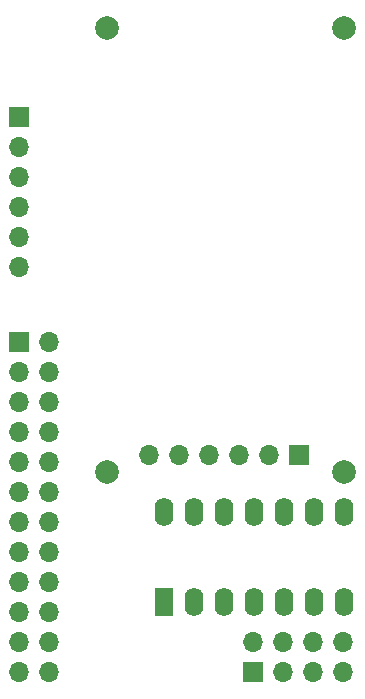
<source format=gbr>
%TF.GenerationSoftware,KiCad,Pcbnew,8.0.0-8.0.0-1~ubuntu22.04.1*%
%TF.CreationDate,2024-03-03T19:53:44+01:00*%
%TF.ProjectId,spi65,73706936-352e-46b6-9963-61645f706362,rev?*%
%TF.SameCoordinates,Original*%
%TF.FileFunction,Soldermask,Bot*%
%TF.FilePolarity,Negative*%
%FSLAX46Y46*%
G04 Gerber Fmt 4.6, Leading zero omitted, Abs format (unit mm)*
G04 Created by KiCad (PCBNEW 8.0.0-8.0.0-1~ubuntu22.04.1) date 2024-03-03 19:53:44*
%MOMM*%
%LPD*%
G01*
G04 APERTURE LIST*
%ADD10R,1.700000X1.700000*%
%ADD11O,1.700000X1.700000*%
%ADD12C,2.000000*%
%ADD13R,1.600000X2.400000*%
%ADD14O,1.600000X2.400000*%
G04 APERTURE END LIST*
D10*
%TO.C,J3*%
X104140000Y-59690000D03*
D11*
X104140000Y-62230000D03*
X104140000Y-64770000D03*
X104140000Y-67310000D03*
X104140000Y-69850000D03*
X104140000Y-72390000D03*
%TD*%
D10*
%TO.C,J2*%
X123952000Y-106680000D03*
D11*
X123952000Y-104140000D03*
X126492000Y-106680000D03*
X126492000Y-104140000D03*
X129032000Y-106680000D03*
X129032000Y-104140000D03*
X131572000Y-106680000D03*
X131572000Y-104140000D03*
%TD*%
D12*
%TO.C,J1*%
X111633000Y-52133500D03*
X111633000Y-89725500D03*
X131699000Y-52133500D03*
X131699000Y-89725500D03*
D10*
X127867000Y-88306500D03*
D11*
X125327000Y-88306500D03*
X122787000Y-88306500D03*
X120247000Y-88306500D03*
X117707000Y-88306500D03*
X115167000Y-88306500D03*
%TD*%
D13*
%TO.C,U2*%
X116459000Y-100711000D03*
D14*
X118999000Y-100711000D03*
X121539000Y-100711000D03*
X124079000Y-100711000D03*
X126619000Y-100711000D03*
X129159000Y-100711000D03*
X131699000Y-100711000D03*
X131699000Y-93091000D03*
X129159000Y-93091000D03*
X126619000Y-93091000D03*
X124079000Y-93091000D03*
X121539000Y-93091000D03*
X118999000Y-93091000D03*
X116459000Y-93091000D03*
%TD*%
D10*
%TO.C,SLOT1*%
X104140000Y-78740000D03*
D11*
X106680000Y-78740000D03*
X104140000Y-81280000D03*
X106680000Y-81280000D03*
X104140000Y-83820000D03*
X106680000Y-83820000D03*
X104140000Y-86360000D03*
X106680000Y-86360000D03*
X104140000Y-88900000D03*
X106680000Y-88900000D03*
X104140000Y-91440000D03*
X106680000Y-91440000D03*
X104140000Y-93980000D03*
X106680000Y-93980000D03*
X104140000Y-96520000D03*
X106680000Y-96520000D03*
X104140000Y-99060000D03*
X106680000Y-99060000D03*
X104140000Y-101600000D03*
X106680000Y-101600000D03*
X104140000Y-104140000D03*
X106680000Y-104140000D03*
X104140000Y-106680000D03*
X106680000Y-106680000D03*
%TD*%
M02*

</source>
